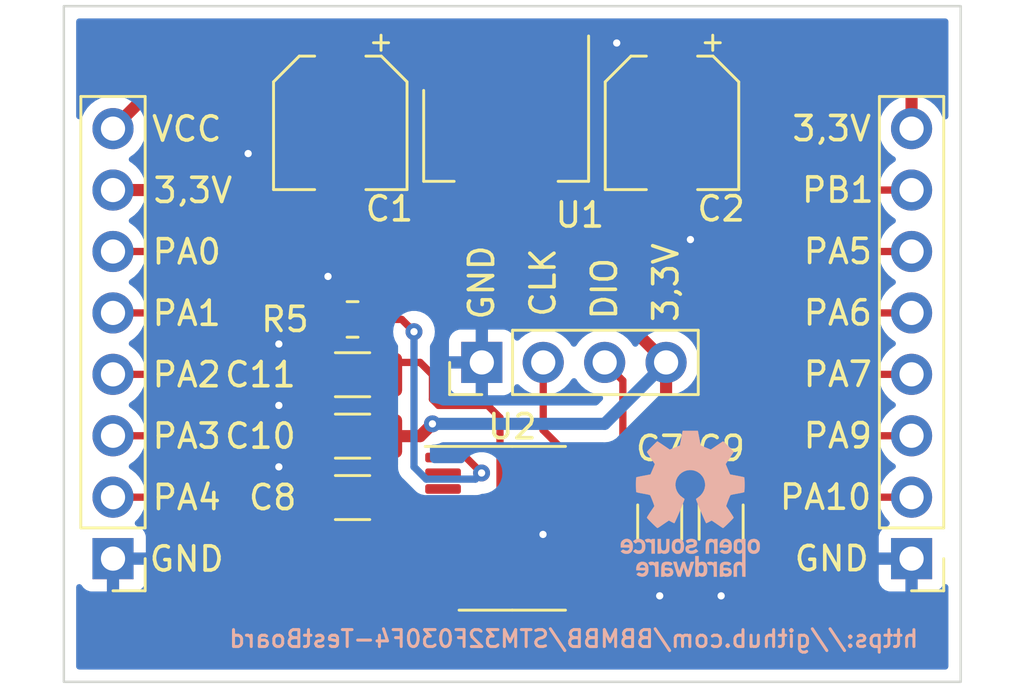
<source format=kicad_pcb>
(kicad_pcb (version 20211014) (generator pcbnew)
  (title_block (title "STM32F030F4 Test Board") (date "2022-07-31") (rev "0.1") (company "https://github.com/BBMBB/STM32F030F4-TestBoard"))
  (layers (0 "F.Cu" signal) (31 "B.Cu" power) (34 "B.Paste" user) (35 "F.Paste" user) (36 "B.SilkS" user "B.Silkscreen") (37 "F.SilkS" user "F.Silkscreen") (38 "B.Mask" user) (39 "F.Mask" user) (44 "Edge.Cuts" user))
  (net 0 "")
  (net 1 "VCC")
  (net 2 "GND")
  (net 3 "+3V3")
  (net 4 "ADC_Channel_1")
  (net 5 "ADC_Channel_2")
  (net 6 "ADC_Channel_3")
  (net 7 "ADC_Channel_4")
  (net 8 "/NRST")
  (net 9 "GPIO_PA_0")
  (net 10 "GPIO_PA_10")
  (net 11 "GPIO_PA_9")
  (net 12 "GPIO_PA_7")
  (net 13 "GPIO_PA_6")
  (net 14 "GPIO_PA_5")
  (net 15 "GPIO_PB_1")
  (net 16 "SWCLK")
  (net 17 "SWDIO")
  (net 18 "/BOOT0")
  (footprint "Connector_PinHeader_2.54mm:PinHeader_1x04_P2.54mm_Vertical" (layer "F.Cu") (at 103.388 75.946 90)
    (fp_text reference "J3" hide)
    (fp_text value "Conn_01x04")
    (pad "1" thru_hole rect locked (at 0 0 90) (size 1.7 1.7) (drill 1) (layers *.Cu *.Mask) (net 2 "GND"))
    (pad "2" thru_hole oval locked (at 0 2.54 90) (size 1.7 1.7) (drill 1) (layers *.Cu *.Mask) (net 16 "SWCLK"))
    (pad "3" thru_hole oval locked (at 0 5.08 90) (size 1.7 1.7) (drill 1) (layers *.Cu *.Mask) (net 17 "SWDIO"))
    (pad "4" thru_hole oval locked (at 0 7.62 90) (size 1.7 1.7) (drill 1) (layers *.Cu *.Mask) (net 3 "+3V3"))
  )
  (footprint "Package_SO:TSSOP-20_4.4x6.5mm_P0.65mm" (layer "F.Cu") (at 104.648 82.804)
    (fp_text reference "U2" (at 0 -4.2) (layer "F.SilkS"))
    (fp_text value "STM32F030F4Px")
    (pad "1" smd roundrect locked (at -2.8625 -2.925) (size 1.475 0.4) (layers "F.Cu" "F.Paste" "F.Mask") (net 18 "/BOOT0"))
    (pad "2" smd roundrect locked (at -2.8625 -2.275) (size 1.475 0.4) (layers "F.Cu" "F.Paste" "F.Mask"))
    (pad "3" smd roundrect locked (at -2.8625 -1.625) (size 1.475 0.4) (layers "F.Cu" "F.Paste" "F.Mask"))
    (pad "4" smd roundrect locked (at -2.8625 -0.975) (size 1.475 0.4) (layers "F.Cu" "F.Paste" "F.Mask") (net 8 "/NRST"))
    (pad "5" smd roundrect locked (at -2.8625 -0.325) (size 1.475 0.4) (layers "F.Cu" "F.Paste" "F.Mask") (net 3 "+3V3"))
    (pad "6" smd roundrect locked (at -2.8625 0.325) (size 1.475 0.4) (layers "F.Cu" "F.Paste" "F.Mask") (net 9 "GPIO_PA_0"))
    (pad "7" smd roundrect locked (at -2.8625 0.975) (size 1.475 0.4) (layers "F.Cu" "F.Paste" "F.Mask") (net 4 "ADC_Channel_1"))
    (pad "8" smd roundrect locked (at -2.8625 1.625) (size 1.475 0.4) (layers "F.Cu" "F.Paste" "F.Mask") (net 5 "ADC_Channel_2"))
    (pad "9" smd roundrect locked (at -2.8625 2.275) (size 1.475 0.4) (layers "F.Cu" "F.Paste" "F.Mask") (net 6 "ADC_Channel_3"))
    (pad "10" smd roundrect locked (at -2.8625 2.925) (size 1.475 0.4) (layers "F.Cu" "F.Paste" "F.Mask") (net 7 "ADC_Channel_4"))
    (pad "11" smd roundrect locked (at 2.8625 2.925) (size 1.475 0.4) (layers "F.Cu" "F.Paste" "F.Mask") (net 14 "GPIO_PA_5"))
    (pad "12" smd roundrect locked (at 2.8625 2.275) (size 1.475 0.4) (layers "F.Cu" "F.Paste" "F.Mask") (net 13 "GPIO_PA_6"))
    (pad "13" smd roundrect locked (at 2.8625 1.625) (size 1.475 0.4) (layers "F.Cu" "F.Paste" "F.Mask") (net 12 "GPIO_PA_7"))
    (pad "14" smd roundrect locked (at 2.8625 0.975) (size 1.475 0.4) (layers "F.Cu" "F.Paste" "F.Mask") (net 15 "GPIO_PB_1"))
    (pad "15" smd roundrect locked (at 2.8625 0.325) (size 1.475 0.4) (layers "F.Cu" "F.Paste" "F.Mask") (net 2 "GND"))
    (pad "16" smd roundrect locked (at 2.8625 -0.325) (size 1.475 0.4) (layers "F.Cu" "F.Paste" "F.Mask") (net 3 "+3V3"))
    (pad "17" smd roundrect locked (at 2.8625 -0.975) (size 1.475 0.4) (layers "F.Cu" "F.Paste" "F.Mask") (net 11 "GPIO_PA_9"))
    (pad "18" smd roundrect locked (at 2.8625 -1.625) (size 1.475 0.4) (layers "F.Cu" "F.Paste" "F.Mask") (net 10 "GPIO_PA_10"))
    (pad "19" smd roundrect locked (at 2.8625 -2.275) (size 1.475 0.4) (layers "F.Cu" "F.Paste" "F.Mask") (net 17 "SWDIO"))
    (pad "20" smd roundrect locked (at 2.8625 -2.925) (size 1.475 0.4) (layers "F.Cu" "F.Paste" "F.Mask") (net 16 "SWCLK"))
  )
  (footprint "Capacitor_SMD:C_1206_3216Metric" (layer "F.Cu") (at 98.044 76.454 180)
    (fp_text reference "C11" (at 3.81 0) (layer "F.SilkS"))
    (fp_text value "100n")
    (pad "1" smd roundrect locked (at -1.475 0 180) (size 1.15 1.8) (layers "F.Cu" "F.Paste" "F.Mask") (roundrect_rratio 0.2173913043) (net 8 "/NRST"))
    (pad "2" smd roundrect locked (at 1.475 0 180) (size 1.15 1.8) (layers "F.Cu" "F.Paste" "F.Mask") (roundrect_rratio 0.2173913043) (net 2 "GND"))
  )
  (footprint "Package_TO_SOT_SMD:SOT-223-3_TabPin2" (layer "F.Cu") (at 104.394 66.548 -90)
    (fp_text reference "U1" (at 3.302 -3.048 180) (layer "F.SilkS"))
    (fp_text value "LM1117-3.3")
    (pad "1" smd rect locked (at -3.15 -2.3 270) (size 2 1.5) (layers "F.Cu" "F.Paste" "F.Mask") (net 2 "GND"))
    (pad "2" smd rect locked (at 3.15 0 270) (size 2 3.8) (layers "F.Cu" "F.Paste" "F.Mask") (net 3 "+3V3"))
    (pad "2" smd rect locked (at -3.15 0 270) (size 2 1.5) (layers "F.Cu" "F.Paste" "F.Mask") (net 3 "+3V3"))
    (pad "3" smd rect locked (at -3.15 2.3 270) (size 2 1.5) (layers "F.Cu" "F.Paste" "F.Mask") (net 1 "VCC"))
  )
  (footprint "Connector_PinHeader_2.54mm:PinHeader_1x08_P2.54mm_Vertical" (layer "F.Cu") (at 88.138 84.059 180)
    (fp_text reference "J1" hide)
    (fp_text value "Conn_01x08")
    (pad "1" thru_hole rect locked (at 0 0 180) (size 1.7 1.7) (drill 1) (layers *.Cu *.Mask) (net 2 "GND"))
    (pad "2" thru_hole oval locked (at 0 2.54 180) (size 1.7 1.7) (drill 1) (layers *.Cu *.Mask) (net 7 "ADC_Channel_4"))
    (pad "3" thru_hole oval locked (at 0 5.08 180) (size 1.7 1.7) (drill 1) (layers *.Cu *.Mask) (net 6 "ADC_Channel_3"))
    (pad "4" thru_hole oval locked (at 0 7.62 180) (size 1.7 1.7) (drill 1) (layers *.Cu *.Mask) (net 5 "ADC_Channel_2"))
    (pad "5" thru_hole oval locked (at 0 10.16 180) (size 1.7 1.7) (drill 1) (layers *.Cu *.Mask) (net 4 "ADC_Channel_1"))
    (pad "6" thru_hole oval locked (at 0 12.7 180) (size 1.7 1.7) (drill 1) (layers *.Cu *.Mask) (net 9 "GPIO_PA_0"))
    (pad "7" thru_hole oval locked (at 0 15.24 180) (size 1.7 1.7) (drill 1) (layers *.Cu *.Mask) (net 3 "+3V3"))
    (pad "8" thru_hole oval locked (at 0 17.78 180) (size 1.7 1.7) (drill 1) (layers *.Cu *.Mask) (net 1 "VCC"))
  )
  (footprint "Capacitor_SMD:C_1206_3216Metric" (layer "F.Cu") (at 113.284 82.55 90)
    (fp_text reference "C9" (at 3.048 0 180) (layer "F.SilkS"))
    (fp_text value "1u")
    (pad "1" smd roundrect locked (at -1.475 0 90) (size 1.15 1.8) (layers "F.Cu" "F.Paste" "F.Mask") (roundrect_rratio 0.2173913043) (net 2 "GND"))
    (pad "2" smd roundrect locked (at 1.475 0 90) (size 1.15 1.8) (layers "F.Cu" "F.Paste" "F.Mask") (roundrect_rratio 0.2173913043) (net 3 "+3V3"))
  )
  (footprint "Resistor_SMD:R_0805_2012Metric" (layer "F.Cu") (at 98.044 74.168 180)
    (fp_text reference "R5" (at 2.794 0) (layer "F.SilkS"))
    (fp_text value "0")
    (pad "1" smd roundrect locked (at -0.9125 0 180) (size 1.025 1.4) (layers "F.Cu" "F.Paste" "F.Mask") (roundrect_rratio 0.243902439) (net 18 "/BOOT0"))
    (pad "2" smd roundrect locked (at 0.9125 0 180) (size 1.025 1.4) (layers "F.Cu" "F.Paste" "F.Mask") (roundrect_rratio 0.243902439) (net 2 "GND"))
  )
  (footprint "Capacitor_SMD:C_1206_3216Metric" (layer "F.Cu") (at 98.044 81.534 180)
    (fp_text reference "C8" (at 3.302 0) (layer "F.SilkS"))
    (fp_text value "100n")
    (pad "1" smd roundrect locked (at -1.475 0 180) (size 1.15 1.8) (layers "F.Cu" "F.Paste" "F.Mask") (roundrect_rratio 0.2173913043) (net 3 "+3V3"))
    (pad "2" smd roundrect locked (at 1.475 0 180) (size 1.15 1.8) (layers "F.Cu" "F.Paste" "F.Mask") (roundrect_rratio 0.2173913043) (net 2 "GND"))
  )
  (footprint "Capacitor_SMD:C_1206_3216Metric" (layer "F.Cu") (at 110.744 82.55 90)
    (fp_text reference "C7" (at 3.048 0 180) (layer "F.SilkS"))
    (fp_text value "100n")
    (pad "1" smd roundrect locked (at -1.475 0 90) (size 1.15 1.8) (layers "F.Cu" "F.Paste" "F.Mask") (roundrect_rratio 0.2173913043) (net 2 "GND"))
    (pad "2" smd roundrect locked (at 1.475 0 90) (size 1.15 1.8) (layers "F.Cu" "F.Paste" "F.Mask") (roundrect_rratio 0.2173913043) (net 3 "+3V3"))
  )
  (footprint "Capacitor_SMD:C_1206_3216Metric" (layer "F.Cu") (at 98.044 78.994 180)
    (fp_text reference "C10" (at 3.81 0) (layer "F.SilkS"))
    (fp_text value "1u")
    (pad "1" smd roundrect locked (at -1.475 0 180) (size 1.15 1.8) (layers "F.Cu" "F.Paste" "F.Mask") (roundrect_rratio 0.2173913043) (net 3 "+3V3"))
    (pad "2" smd roundrect locked (at 1.475 0 180) (size 1.15 1.8) (layers "F.Cu" "F.Paste" "F.Mask") (roundrect_rratio 0.2173913043) (net 2 "GND"))
  )
  (footprint "Connector_PinHeader_2.54mm:PinHeader_1x08_P2.54mm_Vertical" (layer "F.Cu") (at 121.158 84.059 180)
    (fp_text reference "J2" hide)
    (fp_text value "Conn_01x08")
    (pad "1" thru_hole rect locked (at 0 0 180) (size 1.7 1.7) (drill 1) (layers *.Cu *.Mask) (net 2 "GND"))
    (pad "2" thru_hole oval locked (at 0 2.54 180) (size 1.7 1.7) (drill 1) (layers *.Cu *.Mask) (net 10 "GPIO_PA_10"))
    (pad "3" thru_hole oval locked (at 0 5.08 180) (size 1.7 1.7) (drill 1) (layers *.Cu *.Mask) (net 11 "GPIO_PA_9"))
    (pad "4" thru_hole oval locked (at 0 7.62 180) (size 1.7 1.7) (drill 1) (layers *.Cu *.Mask) (net 12 "GPIO_PA_7"))
    (pad "5" thru_hole oval locked (at 0 10.16 180) (size 1.7 1.7) (drill 1) (layers *.Cu *.Mask) (net 13 "GPIO_PA_6"))
    (pad "6" thru_hole oval locked (at 0 12.7 180) (size 1.7 1.7) (drill 1) (layers *.Cu *.Mask) (net 14 "GPIO_PA_5"))
    (pad "7" thru_hole oval locked (at 0 15.24 180) (size 1.7 1.7) (drill 1) (layers *.Cu *.Mask) (net 15 "GPIO_PB_1"))
    (pad "8" thru_hole oval locked (at 0 17.78 180) (size 1.7 1.7) (drill 1) (layers *.Cu *.Mask) (net 3 "+3V3"))
  )
  (footprint "Capacitor_SMD:CP_Elec_5x5.4" (layer "F.Cu") (at 97.536 66.04 -90)
    (fp_text reference "C1" (at 3.556 -2.032 180) (layer "F.SilkS"))
    (fp_text value "10u")
    (pad "1" smd roundrect locked (at -2.2 0 270) (size 3 1.6) (layers "F.Cu" "F.Paste" "F.Mask") (roundrect_rratio 0.15625) (net 1 "VCC"))
    (pad "2" smd roundrect locked (at 2.2 0 270) (size 3 1.6) (layers "F.Cu" "F.Paste" "F.Mask") (roundrect_rratio 0.15625) (net 2 "GND"))
  )
  (footprint "Capacitor_SMD:CP_Elec_5x5.4" (layer "F.Cu") (at 111.252 66.04 -90)
    (fp_text reference "C2" (at 3.556 -2.032 180) (layer "F.SilkS"))
    (fp_text value "10u")
    (pad "1" smd roundrect locked (at -2.2 0 270) (size 3 1.6) (layers "F.Cu" "F.Paste" "F.Mask") (roundrect_rratio 0.15625) (net 3 "+3V3"))
    (pad "2" smd roundrect locked (at 2.2 0 270) (size 3 1.6) (layers "F.Cu" "F.Paste" "F.Mask") (roundrect_rratio 0.15625) (net 2 "GND"))
  )
  (footprint "Symbol:OSHW-Logo_5.7x6mm_SilkScreen" (layer "B.Cu") (at 112.014 81.788 180)
    (fp_text reference "REF**" hide)
    (fp_text value "OSHW-Logo_5.7x6mm_SilkScreen" hide)
  )
  (gr_rect locked (start 86.106 61.214) (end 123.19 89.154) (layer "Edge.Cuts") (width 0.1) (fill none))
  (gr_text "https://github.com/BBMBB/STM32F030F4-TestBoard" (at 107.188 87.376) (layer "B.SilkS") (effects (font (size 0.7 0.7) (thickness 0.125)) (justify mirror)))
  (gr_text "DIO" (at 108.458 72.898 90) (layer "F.SilkS") (effects (font (size 1 1))))
  (gr_text "PA7" (at 118.11 76.439) (layer "F.SilkS") (effects (font (size 1 1))))
  (gr_text "PA6" (at 118.11 73.899) (layer "F.SilkS") (effects (font (size 1 1))))
  (gr_text "GND" (at 91.186 84.074) (layer "F.SilkS") (effects (font (size 1 1))))
  (gr_text "VCC" (at 91.186 66.294) (layer "F.SilkS") (effects (font (size 1 1))))
  (gr_text "PA1" (at 91.186 73.914) (layer "F.SilkS") (effects (font (size 1 1))))
  (gr_text "GND" (at 117.856 84.059) (layer "F.SilkS") (effects (font (size 1 1))))
  (gr_text "3,3V" (at 110.998 72.644 90) (layer "F.SilkS") (effects (font (size 1 1))))
  (gr_text "PA3" (at 91.186 78.994) (layer "F.SilkS") (effects (font (size 1 1))))
  (gr_text "PA10" (at 117.602 81.519) (layer "F.SilkS") (effects (font (size 1 1))))
  (gr_text "3,3V" (at 117.856 66.279) (layer "F.SilkS") (effects (font (size 1 1))))
  (gr_text "GND" (at 103.378 72.644 90) (layer "F.SilkS") (effects (font (size 1 1))))
  (gr_text "CLK" (at 105.918 72.644 90) (layer "F.SilkS") (effects (font (size 1 1))))
  (gr_text "PA9" (at 118.11 78.979) (layer "F.SilkS") (effects (font (size 1 1))))
  (gr_text "PA4" (at 91.186 81.534) (layer "F.SilkS") (effects (font (size 1 1))))
  (gr_text "PB1" (at 118.11 68.819) (layer "F.SilkS") (effects (font (size 1 1))))
  (gr_text "PA0" (at 91.186 71.374) (layer "F.SilkS") (effects (font (size 1 1))))
  (gr_text "PA5" (at 118.11 71.359) (layer "F.SilkS") (effects (font (size 1 1))))
  (gr_text "3,3V" (at 91.44 68.834) (layer "F.SilkS") (effects (font (size 1 1))))
  (gr_text "PA2" (at 91.186 76.454) (layer "F.SilkS") (effects (font (size 1 1))))
  (segment (start 97.536 63.84) (end 101.652 63.84) (width 0.5) (layer "F.Cu") (net 1))
  (segment (start 90.663 63.754) (end 97.45 63.754) (width 0.5) (layer "F.Cu") (net 1))
  (segment (start 101.652 63.84) (end 102.094 63.398) (width 0.5) (layer "F.Cu") (net 1))
  (segment (start 97.45 63.754) (end 97.536 63.84) (width 0.5) (layer "F.Cu") (net 1))
  (segment (start 88.138 66.279) (end 90.663 63.754) (width 0.5) (layer "F.Cu") (net 1))
  (segment (start 105.989 83.129) (end 105.918 83.058) (width 0.3) (layer "F.Cu") (net 2))
  (segment (start 97.1315 72.4935) (end 97.028 72.39) (width 0.3) (layer "F.Cu") (net 2))
  (segment (start 111.252 70.104) (end 112.014 70.866) (width 0.5) (layer "F.Cu") (net 2))
  (segment (start 106.694 63.398) (end 108.306 63.398) (width 0.5) (layer "F.Cu") (net 2))
  (segment (start 96.569 81.534) (end 96.266 81.534) (width 0.5) (layer "F.Cu") (net 2))
  (segment (start 97.536 68.24) (end 94.656 68.24) (width 0.5) (layer "F.Cu") (net 2))
  (segment (start 107.5105 83.129) (end 105.989 83.129) (width 0.3) (layer "F.Cu") (net 2))
  (segment (start 97.1315 74.168) (end 97.1315 72.4935) (width 0.3) (layer "F.Cu") (net 2))
  (segment (start 94.656 68.24) (end 93.726 67.31) (width 0.5) (layer "F.Cu") (net 2))
  (segment (start 96.266 76.454) (end 94.996 75.184) (width 0.3) (layer "F.Cu") (net 2))
  (segment (start 113.284 84.025) (end 113.284 85.598) (width 0.5) (layer "F.Cu") (net 2))
  (segment (start 96.266 78.994) (end 94.996 77.724) (width 0.5) (layer "F.Cu") (net 2))
  (segment (start 110.744 84.025) (end 110.744 85.598) (width 0.5) (layer "F.Cu") (net 2))
  (segment (start 96.266 81.534) (end 94.996 80.264) (width 0.5) (layer "F.Cu") (net 2))
  (segment (start 96.569 76.454) (end 96.266 76.454) (width 0.3) (layer "F.Cu") (net 2))
  (segment (start 96.569 78.994) (end 96.266 78.994) (width 0.5) (layer "F.Cu") (net 2))
  (segment (start 111.252 68.24) (end 111.252 70.104) (width 0.5) (layer "F.Cu") (net 2))
  (segment (start 108.306 63.398) (end 108.966 62.738) (width 0.5) (layer "F.Cu") (net 2))
  (via (at 94.996 75.184) (size 0.7) (drill 0.3) (layers "F.Cu" "B.Cu") (net 2))
  (via (at 94.996 77.724) (size 0.7) (drill 0.3) (layers "F.Cu" "B.Cu") (net 2))
  (via (at 108.966 62.738) (size 0.7) (drill 0.3) (layers "F.Cu" "B.Cu") (net 2))
  (via (at 94.996 80.264) (size 0.7) (drill 0.3) (layers "F.Cu" "B.Cu") (net 2))
  (via (at 97.028 72.39) (size 0.7) (drill 0.3) (layers "F.Cu" "B.Cu") (net 2))
  (via (at 110.744 85.598) (size 0.7) (drill 0.3) (layers "F.Cu" "B.Cu") (net 2))
  (via (at 112.014 70.866) (size 0.7) (drill 0.3) (layers "F.Cu" "B.Cu") (net 2))
  (via (at 105.918 83.058) (size 0.7) (drill 0.3) (layers "F.Cu" "B.Cu") (net 2))
  (via (at 113.284 85.598) (size 0.7) (drill 0.3) (layers "F.Cu" "B.Cu") (net 2))
  (via (at 93.726 67.31) (size 0.7) (drill 0.3) (layers "F.Cu" "B.Cu") (net 2))
  (segment (start 107.5105 82.479) (end 109.34 82.479) (width 0.5) (layer "F.Cu") (net 3))
  (segment (start 104.394 69.698) (end 104.76 69.698) (width 0.5) (layer "F.Cu") (net 3))
  (segment (start 113.284 81.075) (end 110.744 81.075) (width 0.5) (layer "F.Cu") (net 3))
  (segment (start 104.76 69.698) (end 111.008 75.946) (width 0.5) (layer "F.Cu") (net 3))
  (segment (start 121.158 63.754) (end 120.65 63.246) (width 0.5) (layer "F.Cu") (net 3))
  (segment (start 121.158 66.279) (end 121.158 63.754) (width 0.5) (layer "F.Cu") (net 3))
  (segment (start 88.138 68.819) (end 93.965 68.819) (width 0.5) (layer "F.Cu") (net 3))
  (segment (start 93.965 68.819) (end 96.012 70.866) (width 0.5) (layer "F.Cu") (net 3))
  (segment (start 101.7855 82.479) (end 100.464 82.479) (width 0.5) (layer "F.Cu") (net 3))
  (segment (start 99.519 81.534) (end 99.519 78.994) (width 0.5) (layer "F.Cu") (net 3))
  (segment (start 104.394 63.398) (end 104.394 69.698) (width 0.5) (layer "F.Cu") (net 3))
  (segment (start 111.008 75.946) (end 111.008 80.811) (width 0.5) (layer "F.Cu") (net 3))
  (segment (start 99.519 81.534) (end 99.59 81.463) (width 0.5) (layer "F.Cu") (net 3))
  (segment (start 120.65 63.246) (end 111.846 63.246) (width 0.5) (layer "F.Cu") (net 3))
  (segment (start 100.464 82.479) (end 99.519 81.534) (width 0.5) (layer "F.Cu") (net 3))
  (segment (start 101.752 69.698) (end 104.394 69.698) (width 0.5) (layer "F.Cu") (net 3))
  (segment (start 109.34 82.479) (end 110.744 81.075) (width 0.5) (layer "F.Cu") (net 3))
  (segment (start 110.252 63.84) (end 104.394 69.698) (width 0.5) (layer "F.Cu") (net 3))
  (segment (start 99.519 78.994) (end 100.838 78.994) (width 0.5) (layer "F.Cu") (net 3))
  (segment (start 111.252 63.84) (end 110.252 63.84) (width 0.5) (layer "F.Cu") (net 3))
  (segment (start 111.008 80.811) (end 110.744 81.075) (width 0.5) (layer "F.Cu") (net 3))
  (segment (start 111.846 63.246) (end 111.252 63.84) (width 0.5) (layer "F.Cu") (net 3))
  (segment (start 100.838 78.994) (end 101.346 78.486) (width 0.5) (layer "F.Cu") (net 3))
  (segment (start 100.584 70.866) (end 101.752 69.698) (width 0.5) (layer "F.Cu") (net 3))
  (segment (start 96.012 70.866) (end 100.584 70.866) (width 0.5) (layer "F.Cu") (net 3))
  (via (at 101.346 78.486) (size 0.7) (drill 0.3) (layers "F.Cu" "B.Cu") (net 3))
  (segment (start 108.468 78.486) (end 111.008 75.946) (width 0.5) (layer "B.Cu") (net 3))
  (segment (start 101.346 78.486) (end 108.468 78.486) (width 0.5) (layer "B.Cu") (net 3))
  (segment (start 90.917 73.899) (end 88.138 73.899) (width 0.3) (layer "F.Cu") (net 4))
  (segment (start 91.948 74.93) (end 90.917 73.899) (width 0.3) (layer "F.Cu") (net 4))
  (segment (start 101.7855 83.779) (end 93.740572 83.779) (width 0.3) (layer "F.Cu") (net 4))
  (segment (start 91.948 81.986428) (end 91.948 74.93) (width 0.3) (layer "F.Cu") (net 4))
  (segment (start 93.740572 83.779) (end 91.948 81.986428) (width 0.3) (layer "F.Cu") (net 4))
  (segment (start 91.44 82.184855) (end 91.44 77.724) (width 0.3) (layer "F.Cu") (net 5))
  (segment (start 90.155 76.439) (end 88.138 76.439) (width 0.3) (layer "F.Cu") (net 5))
  (segment (start 101.7855 84.429) (end 93.684145 84.429) (width 0.3) (layer "F.Cu") (net 5))
  (segment (start 93.684145 84.429) (end 91.44 82.184855) (width 0.3) (layer "F.Cu") (net 5))
  (segment (start 91.44 77.724) (end 90.155 76.439) (width 0.3) (layer "F.Cu") (net 5))
  (segment (start 101.7855 85.079) (end 93.627717 85.079) (width 0.3) (layer "F.Cu") (net 6))
  (segment (start 93.627717 85.079) (end 90.932 82.383283) (width 0.3) (layer "F.Cu") (net 6))
  (segment (start 90.932 80.01) (end 89.901 78.979) (width 0.3) (layer "F.Cu") (net 6))
  (segment (start 90.932 82.383283) (end 90.932 80.01) (width 0.3) (layer "F.Cu") (net 6))
  (segment (start 89.901 78.979) (end 88.138 78.979) (width 0.3) (layer "F.Cu") (net 6))
  (segment (start 101.7745 85.09) (end 101.7855 85.079) (width 0.3) (layer "F.Cu") (net 6))
  (segment (start 89.901 81.519) (end 88.138 81.519) (width 0.3) (layer "F.Cu") (net 7))
  (segment (start 90.17 81.788) (end 89.901 81.519) (width 0.3) (layer "F.Cu") (net 7))
  (segment (start 101.7855 85.729) (end 93.571289 85.729) (width 0.3) (layer "F.Cu") (net 7))
  (segment (start 90.17 82.327711) (end 90.17 81.788) (width 0.3) (layer "F.Cu") (net 7))
  (segment (start 93.571289 85.729) (end 90.17 82.327711) (width 0.3) (layer "F.Cu") (net 7))
  (segment (start 100.027 75.946) (end 99.519 76.454) (width 0.3) (layer "F.Cu") (net 8))
  (segment (start 104.14 78.232) (end 103.632 77.724) (width 0.3) (layer "F.Cu") (net 8))
  (segment (start 100.838 75.946) (end 100.027 75.946) (width 0.3) (layer "F.Cu") (net 8))
  (segment (start 103.632 77.724) (end 101.6 77.724) (width 0.3) (layer "F.Cu") (net 8))
  (segment (start 104.14 81.28) (end 104.14 78.232) (width 0.3) (layer "F.Cu") (net 8))
  (segment (start 101.7855 81.829) (end 103.591 81.829) (width 0.3) (layer "F.Cu") (net 8))
  (segment (start 101.8265 81.788) (end 101.7855 81.829) (width 0.3) (layer "F.Cu") (net 8))
  (segment (start 101.346 77.47) (end 101.346 76.454) (width 0.3) (layer "F.Cu") (net 8))
  (segment (start 101.6 77.724) (end 101.346 77.47) (width 0.3) (layer "F.Cu") (net 8))
  (segment (start 101.346 76.454) (end 100.838 75.946) (width 0.3) (layer "F.Cu") (net 8))
  (segment (start 103.591 81.829) (end 104.14 81.28) (width 0.3) (layer "F.Cu") (net 8))
  (segment (start 91.425 71.359) (end 88.138 71.359) (width 0.3) (layer "F.Cu") (net 9))
  (segment (start 92.456 72.39) (end 91.425 71.359) (width 0.3) (layer "F.Cu") (net 9))
  (segment (start 93.797 83.129) (end 92.456 81.788) (width 0.3) (layer "F.Cu") (net 9))
  (segment (start 101.7855 83.129) (end 93.797 83.129) (width 0.3) (layer "F.Cu") (net 9))
  (segment (start 92.456 81.788) (end 92.456 72.39) (width 0.3) (layer "F.Cu") (net 9))
  (segment (start 117.856 82.55) (end 118.887 81.519) (width 0.3) (layer "F.Cu") (net 10))
  (segment (start 107.5105 81.179) (end 104.947428 81.179) (width 0.3) (layer "F.Cu") (net 10))
  (segment (start 103.632 86.614) (end 105.41 88.392) (width 0.3) (layer "F.Cu") (net 10))
  (segment (start 104.947428 81.179) (end 103.632 82.494428) (width 0.3) (layer "F.Cu") (net 10))
  (segment (start 105.41 88.392) (end 116.332 88.392) (width 0.3) (layer "F.Cu") (net 10))
  (segment (start 118.887 81.519) (end 121.158 81.519) (width 0.3) (layer "F.Cu") (net 10))
  (segment (start 103.632 82.494428) (end 103.632 86.614) (width 0.3) (layer "F.Cu") (net 10))
  (segment (start 117.856 86.868) (end 117.856 82.55) (width 0.3) (layer "F.Cu") (net 10))
  (segment (start 116.332 88.392) (end 117.856 86.868) (width 0.3) (layer "F.Cu") (net 10))
  (segment (start 115.57 87.884) (end 117.094 86.36) (width 0.3) (layer "F.Cu") (net 11))
  (segment (start 107.5105 81.829) (end 105.369 81.829) (width 0.3) (layer "F.Cu") (net 11))
  (segment (start 104.394 86.36) (end 105.918 87.884) (width 0.3) (layer "F.Cu") (net 11))
  (segment (start 105.369 81.829) (end 104.394 82.804) (width 0.3) (layer "F.Cu") (net 11))
  (segment (start 117.094 86.36) (end 117.094 80.01) (width 0.3) (layer "F.Cu") (net 11))
  (segment (start 118.125 78.979) (end 121.158 78.979) (width 0.3) (layer "F.Cu") (net 11))
  (segment (start 104.394 82.804) (end 104.394 86.36) (width 0.3) (layer "F.Cu") (net 11))
  (segment (start 117.094 80.01) (end 118.125 78.979) (width 0.3) (layer "F.Cu") (net 11))
  (segment (start 105.918 87.884) (end 115.57 87.884) (width 0.3) (layer "F.Cu") (net 11))
  (segment (start 105.41 85.145572) (end 105.41 86.614) (width 0.3) (layer "F.Cu") (net 12))
  (segment (start 107.5105 84.429) (end 106.126572 84.429) (width 0.3) (layer "F.Cu") (net 12))
  (segment (start 115.062 87.376) (end 116.332 86.106) (width 0.3) (layer "F.Cu") (net 12))
  (segment (start 105.41 86.614) (end 106.172 87.376) (width 0.3) (layer "F.Cu") (net 12))
  (segment (start 116.332 77.47) (end 117.363 76.439) (width 0.3) (layer "F.Cu") (net 12))
  (segment (start 106.172 87.376) (end 115.062 87.376) (width 0.3) (layer "F.Cu") (net 12))
  (segment (start 106.126572 84.429) (end 105.41 85.145572) (width 0.3) (layer "F.Cu") (net 12))
  (segment (start 116.332 86.106) (end 116.332 77.47) (width 0.3) (layer "F.Cu") (net 12))
  (segment (start 117.363 76.439) (end 121.158 76.439) (width 0.3) (layer "F.Cu") (net 12))
  (segment (start 106.183 85.079) (end 105.918 85.344) (width 0.3) (layer "F.Cu") (net 13))
  (segment (start 115.824 75.692) (end 117.617 73.899) (width 0.3) (layer "F.Cu") (net 13))
  (segment (start 115.824 85.796428) (end 115.824 75.692) (width 0.3) (layer "F.Cu") (net 13))
  (segment (start 106.41752 86.85952) (end 114.760909 86.859519) (width 0.3) (layer "F.Cu") (net 13))
  (segment (start 105.918 86.36) (end 106.41752 86.85952) (width 0.3) (layer "F.Cu") (net 13))
  (segment (start 114.760909 86.859519) (end 115.824 85.796428) (width 0.3) (layer "F.Cu") (net 13))
  (segment (start 117.617 73.899) (end 121.158 73.899) (width 0.3) (layer "F.Cu") (net 13))
  (segment (start 105.918 85.344) (end 105.918 86.36) (width 0.3) (layer "F.Cu") (net 13))
  (segment (start 107.5105 85.079) (end 106.183 85.079) (width 0.3) (layer "F.Cu") (net 13))
  (segment (start 115.316 72.898) (end 116.855 71.359) (width 0.3) (layer "F.Cu") (net 14))
  (segment (start 107.5105 85.729) (end 108.589 85.729) (width 0.3) (layer "F.Cu") (net 14))
  (segment (start 108.589 85.729) (end 109.22 86.36) (width 0.3) (layer "F.Cu") (net 14))
  (segment (start 115.316 85.598) (end 115.316 72.898) (width 0.3) (layer "F.Cu") (net 14))
  (segment (start 116.855 71.359) (end 121.158 71.359) (width 0.3) (layer "F.Cu") (net 14))
  (segment (start 114.554 86.36) (end 115.316 85.598) (width 0.3) (layer "F.Cu") (net 14))
  (segment (start 109.22 86.36) (end 114.554 86.36) (width 0.3) (layer "F.Cu") (net 14))
  (segment (start 114.808 70.358) (end 116.347 68.819) (width 0.3) (layer "F.Cu") (net 15))
  (segment (start 107.5105 83.779) (end 108.88785 83.779) (width 0.3) (layer "F.Cu") (net 15))
  (segment (start 110.11685 82.55) (end 113.792 82.55) (width 0.3) (layer "F.Cu") (net 15))
  (segment (start 116.347 68.819) (end 121.158 68.819) (width 0.3) (layer "F.Cu") (net 15))
  (segment (start 108.88785 83.779) (end 110.11685 82.55) (width 0.3) (layer "F.Cu") (net 15))
  (segment (start 114.808 81.534) (end 114.808 70.358) (width 0.3) (layer "F.Cu") (net 15))
  (segment (start 113.792 82.55) (end 114.808 81.534) (width 0.3) (layer "F.Cu") (net 15))
  (segment (start 105.928 78.73) (end 105.928 75.946) (width 0.3) (layer "F.Cu") (net 16))
  (segment (start 105.918 78.74) (end 105.928 78.73) (width 0.3) (layer "F.Cu") (net 16))
  (segment (start 107.5105 79.879) (end 107.057 79.879) (width 0.3) (layer "F.Cu") (net 16))
  (segment (start 107.057 79.879) (end 105.918 78.74) (width 0.3) (layer "F.Cu") (net 16))
  (segment (start 108.701 80.529) (end 109.22 80.01) (width 0.3) (layer "F.Cu") (net 17))
  (segment (start 109.22 80.01) (end 109.22 76.698) (width 0.3) (layer "F.Cu") (net 17))
  (segment (start 109.22 76.698) (end 108.468 75.946) (width 0.3) (layer "F.Cu") (net 17))
  (segment (start 107.5105 80.529) (end 108.701 80.529) (width 0.3) (layer "F.Cu") (net 17))
  (segment (start 100.584 74.676) (end 100.076 74.168) (width 0.3) (layer "F.Cu") (net 18))
  (segment (start 102.739 79.879) (end 103.378 80.518) (width 0.3) (layer "F.Cu") (net 18))
  (segment (start 101.7855 79.879) (end 102.739 79.879) (width 0.3) (layer "F.Cu") (net 18))
  (segment (start 100.076 74.168) (end 98.9565 74.168) (width 0.3) (layer "F.Cu") (net 18))
  (segment (start 99.06 74.0645) (end 98.9565 74.168) (width 0.3) (layer "F.Cu") (net 18))
  (via (at 100.584 74.676) (size 0.7) (drill 0.3) (layers "F.Cu" "B.Cu") (net 18))
  (via (at 103.378 80.518) (size 0.7) (drill 0.3) (layers "F.Cu" "B.Cu") (net 18))
  (segment (start 101.092 80.772) (end 100.584 80.264) (width 0.3) (layer "B.Cu") (net 18))
  (segment (start 103.378 80.518) (end 103.124 80.772) (width 0.3) (layer "B.Cu") (net 18))
  (segment (start 103.124 80.772) (end 101.092 80.772) (width 0.3) (layer "B.Cu") (net 18))
  (segment (start 100.584 80.264) (end 100.584 74.676) (width 0.3) (layer "B.Cu") (net 18))
  (zone (net 2) (net_name "GND") (layer "B.Cu") (connect_pads (clearance 0.508)) (min_thickness 0.254) (fill yes (thermal_gap 0.508) (thermal_bridge_width 0.508))
    (polygon (pts (xy 123.444 89.408) (xy 85.852 89.408) (xy 85.852 60.96) (xy 123.444 60.96)))
  )
)
</source>
